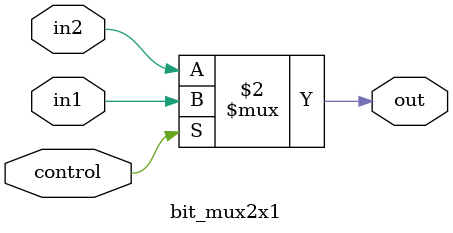
<source format=v>



module alu (
    /*----------------------------------------------------------------------
     * Operand inputs
     *--------------------------------------------------------------------*/
    input  signed [7:0] DATA1,           // 1st operand (arithmetic / logical)
    input  signed [7:0] DATA2,           // 2nd operand / shift amount / etc.

    /*----------------------------------------------------------------------
     * Operation selector
     *--------------------------------------------------------------------*/
    input        [2:0] SELECT,           // Chooses functional-unit result

    /*----------------------------------------------------------------------
     * Outputs
     *--------------------------------------------------------------------*/
    output signed [7:0] RESULT,          // Final ALU output (post-mux)
    output signed [7:0] forwout,         // Individual unit results – exposed
    output signed [7:0] addout,          //   mainly for waveform inspection
    output        [7:0] andout,
    output        [7:0] orout,
    output        [7:0] mulout,
    output        [7:0] sllout,
    output        [7:0] srout,
    output        [7:0] rorout,
    output              ZERO             // High -> RESULT == 0
);

    // ---------------------------------------------------------------------
    // Functional-unit instantiation
    // ---------------------------------------------------------------------
    forwardunit    f1  (DATA2,           forwout); // pass-through
    addunit        a1  (DATA1, DATA2,    addout);  // signed addition
    andunit        and1(DATA1, DATA2,    andout);  // bitwise AND
    orunit         or1 (DATA1, DATA2,    orout);   // bitwise OR
    mulunit        mul1(DATA1, DATA2,    mulout);  // shift-and-add multiply
    sr             sr1 (DATA1, DATA2,    srout);   // logical / arithmetic SR
    sl             sll1(DATA1, DATA2,    sllout);  // logical SL
    rotate_right   ror1(DATA1, DATA2,    rorout);  // barrel rotate right

    // ---------------------------------------------------------------------
    // Result multiplexer – selects one functional-unit output
    // ---------------------------------------------------------------------
    mux            m1  (forwout, addout, andout, orout,
                        mulout,  sllout, srout,  rorout,
                        SELECT,  RESULT);

    // ---------------------------------------------------------------------
    // ZERO flag generation
    //   Produces ’1’ only when every bit of RESULT is ’0’.
    //   Implemented with an 8-input AND gate fed by inverted RESULT bits.
    //   Net delay = logic delay of ‘and’ primitive (device-dependent).
    // ---------------------------------------------------------------------
    and (ZERO, ~RESULT[0], ~RESULT[1], ~RESULT[2], ~RESULT[3],~RESULT[4], ~RESULT[5], ~RESULT[6], ~RESULT[7]);

endmodule



// ============================================================================
//  Functional-unit definitions
// ============================================================================

// ---------------------------------------------------------
//  Pass-through (Forward) Unit
//    Latency #1 → matches single-cycle wire delay.
// ---------------------------------------------------------
module forwardunit (
    input  [7:0] DATA2,
    output signed [7:0] RESULT
);
    assign #1 RESULT = DATA2;
endmodule



// ---------------------------------------------------------
//  Adder Unit (signed addition)
//    Latency #2 – simple ripple adder model.
// ---------------------------------------------------------
module addunit (
    input  signed [7:0] DATA1, DATA2,
    output signed [7:0] RESULT
);
    assign #2 RESULT = DATA1 + DATA2;
endmodule



// ---------------------------------------------------------
//  Bitwise AND Unit
//    Latency #1
// ---------------------------------------------------------
module andunit (
    input  signed [7:0] DATA1, DATA2,
    output       [7:0] RESULT
);
    assign #1 RESULT = DATA1 & DATA2;
endmodule



// ---------------------------------------------------------
//  Bitwise OR Unit
//    Latency #1
// ---------------------------------------------------------
module orunit (
    input  signed [7:0] DATA1, DATA2,
    output       [7:0] RESULT
);
    assign #1 RESULT = DATA1 | DATA2;
endmodule



// ---------------------------------------------------------
//  Multiply Unit (shift-and-add implementation)
//    Latency #2 from last additive stage to RESULT.
//    * DATA2 acts as multiplier; each bit gates a shifted
//      copy of DATA1 which is then summed.
//    * Uses helper 2×1 multiplexers and shift-left blocks
//      to build the partial products.
// ---------------------------------------------------------
module mulunit (
    input  [7:0] DATA1, DATA2,
    output [7:0] RESULT
);
    /*  Internal signals  */
    wire [7:0] shift [0:7];              // eight shifted partial products
    wire [7:0] temp0, temp1, temp2, temp3,
               temp4, temp5, temp6, temp7;

    /*  Select DATA1 or 0 based on each multiplier bit  */
    shift_mux2x1 mm1(DATA1, 8'b0, temp0, DATA2[0]);
    shift_mux2x1 mm2(DATA1, 8'b0, temp1, DATA2[1]);
    shift_mux2x1 mm3(DATA1, 8'b0, temp2, DATA2[2]);
    shift_mux2x1 mm4(DATA1, 8'b0, temp3, DATA2[3]);
    shift_mux2x1 mm5(DATA1, 8'b0, temp4, DATA2[4]);
    shift_mux2x1 mm6(DATA1, 8'b0, temp5, DATA2[5]);
    shift_mux2x1 mm7(DATA1, 8'b0, temp6, DATA2[6]);
    shift_mux2x1 mm8(DATA1, 8'b0, temp7, DATA2[7]);

    /*  Appropriate left shifts (0-7 positions)  */
    sl sll2(temp0, 8'd0, shift[0]);      // shift 0
    sl sll3(temp1, 8'd1, shift[1]);      // shift 1
    sl sll4(temp2, 8'd2, shift[2]);      // shift 2
    sl sll5(temp3, 8'd3, shift[3]);      // shift 3
    sl sll6(temp4, 8'd4, shift[4]);      // shift 4
    sl sll7(temp5, 8'd5, shift[5]);      // shift 5
    sl sll8(temp6, 8'd6, shift[6]);      // shift 6
    sl sll9(temp7, 8'd7, shift[7]);      // shift 7

    /*  Sum all partial products (width truncation to 8 bits)  */
    assign #2 RESULT = shift[0] + shift[1] + shift[2] + shift[3] +
                       shift[4] + shift[5] + shift[6] + shift[7];
endmodule



// ---------------------------------------------------------
//  Logical Shift-Left Unit
//    Shifts DATA1 left by the amount (0-7) specified in
//    the three LSBs of DATA2. Unused bits in DATA2 are
//    ignored.  Latency #1.
// ---------------------------------------------------------
module sl (
    input  [7:0] DATA1, DATA2,
    output [7:0] RESULT
);
    /*  First-stage single-bit shift  */
    wire [7:0] shifted1 = {DATA1[6:0], 1'b0};
    wire [7:0] OUT1, OUT2, OUT4;

    /*  Barrel-style three-stage shift using 2×1 muxes  */
    shift_mux2x1 ml1( shifted1,
                      DATA1,             OUT1, DATA2[0]);      // <<1?
    shift_mux2x1 ml2({OUT1[5:0], 2'b0},
                      OUT1,              OUT2, DATA2[1]);      // <<2?
    shift_mux2x1 ml4({OUT2[3:0], 4'b0},
                      OUT2,              OUT4, DATA2[2]);      // <<4?

    assign #1 RESULT = OUT4;
endmodule



// ---------------------------------------------------------
//  Shift-Right Unit (logical or arithmetic)
//    The MSB of DATA2 decides the mode:
//      0 → Logical SR (fill with zeros)
//      1 → Arithmetic SR (sign-extend with original MSB)
//    Shift amount = DATA2[2:0].  Latency #1.
// ---------------------------------------------------------
module sr (
    input  [7:0] DATA1, DATA2,
    output [7:0] RESULT
);
    /*--------------------------------------------------
     * Determine mode and compute modified shift amount
     *  – For arithmetic SR, use 2's-complement of DATA2
     *    to prevent double-counting during left-barrel.
     *------------------------------------------------*/
    wire [7:0] comp        = ~DATA2 + 1;        // 2's-comp
    wire       msb;                             // fill-bit
    bit_mux2x1 muxmsb(DATA1[7], 1'b0, msb, DATA2[7]);

    wire [7:0] mod_data2;
    shift_mux2x1 mod(comp, DATA2, mod_data2, DATA2[7]);

    /*  Barrel shift right – three stages (1,2,4)   */
    wire [7:0] shifted1 = {msb, DATA1[7:1]};
    wire [7:0] OUT1, OUT2, OUT4;

    shift_mux2x1 ml1( shifted1,
                      DATA1,             OUT1, mod_data2[0]);  // >>1?
    shift_mux2x1 ml2({{2{msb}}, OUT1[7:2]},
                      OUT1,              OUT2, mod_data2[1]);  // >>2?
    shift_mux2x1 ml4({{4{msb}}, OUT2[7:4]},
                      OUT2,              OUT4, mod_data2[2]);  // >>4?

    assign #1 RESULT = OUT4;
endmodule



// ---------------------------------------------------------
//  Rotate-Right Unit
//    Rotates DATA1 right by DATA2[2:0] positions.
//    Latency #1.
// ---------------------------------------------------------
module rotate_right (
    input  [7:0] DATA1, DATA2,
    output [7:0] RESULT
);
    wire [7:0] rotate1 = {DATA1[0], DATA1[7:1]};
    wire [7:0] OUT1, OUT2, OUT4;

    shift_mux2x1 mrr1( rotate1,
                       DATA1,            OUT1, DATA2[0]);      // rot1?
    shift_mux2x1 mrr2({OUT1[1:0], OUT1[7:2]},
                       OUT1,            OUT2, DATA2[1]);       // rot2?
    shift_mux2x1 mrr4({OUT2[3:0], OUT2[7:4]},
                       OUT2,            OUT4, DATA2[2]);       // rot4?

    assign #1 RESULT = OUT4;
endmodule



// ============================================================================
//  Support modules (multiplexers)
// ============================================================================

// ---------------------------------------------------------
//  8-to-1 Multiplexer
//    Selects one of eight 8-bit inputs according to 3-bit
//    selector ‘sel’.  Combinational, zero delay (#0).
// ---------------------------------------------------------
module mux (
    input  signed [7:0] in0, in1, in2, in3,
                        in4, in5, in6, in7,
    input        [2:0]  sel,
    output reg   signed [7:0] result
);
    always @(*) begin
        case (sel)
            3'b000: result = in0;  // forward
            3'b001: result = in1;  // add
            3'b010: result = in2;  // and
            3'b011: result = in3;  // or
            3'b100: result = in4;  // mult
            3'b101: result = in5;  // sll
            3'b110: result = in6;  // srl
            3'b111: result = in7;  // ror
            default: result = -8'sd1; // indicates error
        endcase
    end
endmodule



// ---------------------------------------------------------
//  8-bit 2×1 Multiplexer
// ---------------------------------------------------------
module shift_mux2x1 (
    input  [7:0] in1, in2,
    input        control,               // 1 → select in1
    output reg [7:0] out
);
    always @(*) begin
        out = control ? in1 : in2;
    end
endmodule



// ---------------------------------------------------------
//  1-bit 2×1 Multiplexer
// ---------------------------------------------------------
module bit_mux2x1 (
    input  in1, in2,
    input  control,                     // 1 → select in1
    output reg out
);
    always @(*) begin
        out = control ? in1 : in2;
    end
endmodule

</source>
